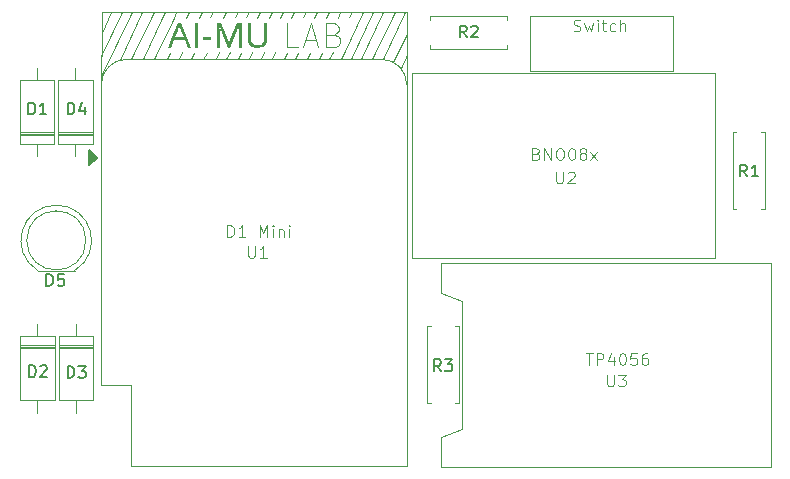
<source format=gbr>
%TF.GenerationSoftware,KiCad,Pcbnew,9.0.2*%
%TF.CreationDate,2025-06-21T17:34:22-04:00*%
%TF.ProjectId,CVISS_IMU_Tracker_Board,43564953-535f-4494-9d55-5f547261636b,rev?*%
%TF.SameCoordinates,Original*%
%TF.FileFunction,Legend,Top*%
%TF.FilePolarity,Positive*%
%FSLAX46Y46*%
G04 Gerber Fmt 4.6, Leading zero omitted, Abs format (unit mm)*
G04 Created by KiCad (PCBNEW 9.0.2) date 2025-06-21 17:34:22*
%MOMM*%
%LPD*%
G01*
G04 APERTURE LIST*
%ADD10C,0.100000*%
%ADD11C,0.375000*%
%ADD12C,0.150000*%
%ADD13C,0.120000*%
G04 APERTURE END LIST*
D10*
X135930000Y-88230000D02*
X136190000Y-87680000D01*
X151540000Y-88230000D02*
X153407050Y-84210000D01*
X136526208Y-84704999D02*
X136757630Y-84210001D01*
X140072500Y-88232500D02*
X140347618Y-87655000D01*
X150662500Y-88202500D02*
X150910000Y-87660000D01*
X131968277Y-88306777D02*
X133883605Y-84210000D01*
X146490000Y-84700000D02*
X146717073Y-84210000D01*
X130429803Y-84210000D02*
X130405000Y-91770000D01*
X148792500Y-88182500D02*
X149050000Y-87690000D01*
X130410000Y-89670000D02*
X132960000Y-84210000D01*
X141720000Y-84680000D02*
X141951347Y-84210000D01*
X134870000Y-88240000D02*
X136526208Y-84704999D01*
X154275383Y-88234632D02*
X156156981Y-84210000D01*
X144605558Y-84705000D02*
X144836981Y-84210000D01*
X152420000Y-88210000D02*
X154286998Y-84210000D01*
X137997548Y-88230000D02*
X138260000Y-87680000D01*
X143922500Y-88212500D02*
X144183143Y-87654999D01*
X139640000Y-84690000D02*
X139881171Y-84210000D01*
X149712500Y-88232500D02*
X149982493Y-87655000D01*
X148425558Y-84705000D02*
X148656981Y-84210000D01*
X147802500Y-88182500D02*
X148040000Y-87660000D01*
X155140000Y-88470000D02*
X156267500Y-86057500D01*
X145872500Y-88202500D02*
X146130000Y-87660000D01*
X138670000Y-84700000D02*
X138888545Y-84209999D01*
X140696857Y-84705000D02*
X140928280Y-84210000D01*
X147520000Y-84690000D02*
X147746866Y-84210000D01*
X130430000Y-84210000D02*
X156270000Y-84210000D01*
X142650000Y-84680000D02*
X142896190Y-84210000D01*
X146792500Y-88182500D02*
X147040000Y-87660000D01*
X156270000Y-90410000D02*
X156270000Y-84220000D01*
X153357548Y-88230000D02*
X155236981Y-84210000D01*
X145565558Y-84705000D02*
X145796981Y-84210000D01*
X137000000Y-88220000D02*
X137257719Y-87655000D01*
X150405558Y-84705000D02*
X150636981Y-84210000D01*
X130415000Y-87955000D02*
X132115486Y-84210000D01*
X137572330Y-84705000D02*
X137803032Y-84210000D01*
X139052500Y-88222500D02*
X139310000Y-87660000D01*
X130427500Y-86042500D02*
X131260673Y-84210001D01*
X150910000Y-87668631D02*
X152526981Y-84210000D01*
X142932500Y-88232500D02*
X143202493Y-87655000D01*
X155740000Y-88940000D02*
X156257500Y-87827500D01*
X132945024Y-88230000D02*
X134824457Y-84210000D01*
X135536208Y-84704999D02*
X135767630Y-84210000D01*
X151360000Y-84690000D02*
X151586866Y-84209999D01*
X144852500Y-88212500D02*
X145113143Y-87654999D01*
X141942500Y-88232500D02*
X142200000Y-87680000D01*
X149420000Y-84700000D02*
X149656634Y-84210000D01*
X143595558Y-84705000D02*
X143826981Y-84210000D01*
X133912500Y-88202500D02*
X135536208Y-84704999D01*
X141002500Y-88232500D02*
X141272493Y-87655000D01*
D11*
G36*
X137980816Y-87234000D02*
G01*
X137702745Y-87234000D01*
X137461189Y-86604830D01*
X136569117Y-86604830D01*
X136327561Y-87234000D01*
X136052720Y-87234000D01*
X136401471Y-86371138D01*
X136658717Y-86371138D01*
X137371589Y-86371138D01*
X137285359Y-86171714D01*
X137019647Y-85454348D01*
X137010659Y-85454348D01*
X136867917Y-85838843D01*
X136736661Y-86168203D01*
X136658717Y-86371138D01*
X136401471Y-86371138D01*
X136902801Y-85130775D01*
X137127505Y-85130775D01*
X137980816Y-87234000D01*
G37*
G36*
X138309445Y-87234000D02*
G01*
X138309445Y-85130775D01*
X138565607Y-85130775D01*
X138565607Y-87234000D01*
X138309445Y-87234000D01*
G37*
G36*
X139017120Y-86344174D02*
G01*
X139709909Y-86344174D01*
X139709909Y-86568877D01*
X139017120Y-86568877D01*
X139017120Y-86344174D01*
G37*
G36*
X141280445Y-87234000D02*
G01*
X141162757Y-87234000D01*
X140634142Y-85978048D01*
X140414494Y-85413761D01*
X140401995Y-85413761D01*
X140418679Y-85843211D01*
X140423904Y-86216936D01*
X140423904Y-87234000D01*
X140167742Y-87234000D01*
X140167742Y-85130775D01*
X140536536Y-85130775D01*
X141030884Y-86320721D01*
X141217669Y-86812681D01*
X141225533Y-86812681D01*
X141412318Y-86320721D01*
X141906666Y-85130775D01*
X142275460Y-85130775D01*
X142275460Y-87234000D01*
X142019298Y-87234000D01*
X142019298Y-86216936D01*
X142024507Y-85848993D01*
X142041347Y-85413761D01*
X142028708Y-85413761D01*
X141809060Y-85978048D01*
X141280445Y-87234000D01*
G37*
G36*
X143623681Y-87045249D02*
G01*
X143734713Y-87038206D01*
X143827178Y-87018565D01*
X143911402Y-86985717D01*
X143981802Y-86943149D01*
X144042357Y-86889437D01*
X144091766Y-86826022D01*
X144130485Y-86754473D01*
X144159458Y-86674348D01*
X144181366Y-86558766D01*
X144187686Y-86435319D01*
X144187686Y-85130775D01*
X144443848Y-85130775D01*
X144443848Y-86427174D01*
X144435983Y-86580955D01*
X144410845Y-86730102D01*
X144373284Y-86842416D01*
X144321244Y-86945115D01*
X144252864Y-87036912D01*
X144165637Y-87116171D01*
X144062471Y-87179408D01*
X143935457Y-87229225D01*
X143794771Y-87259090D01*
X143620591Y-87269952D01*
X143453559Y-87259942D01*
X143317241Y-87232314D01*
X143193783Y-87186318D01*
X143093381Y-87127968D01*
X143007867Y-87054516D01*
X142940161Y-86969411D01*
X142887328Y-86873851D01*
X142847471Y-86769285D01*
X142813625Y-86601319D01*
X142803513Y-86427174D01*
X142803513Y-85130775D01*
X143059675Y-85130775D01*
X143059675Y-86435319D01*
X143069787Y-86580815D01*
X143102088Y-86716760D01*
X143147447Y-86812119D01*
X143208128Y-86891599D01*
X143285081Y-86957193D01*
X143374599Y-87004184D01*
X143485721Y-87034344D01*
X143623681Y-87045249D01*
G37*
D10*
X141083884Y-103262419D02*
X141083884Y-102262419D01*
X141083884Y-102262419D02*
X141321979Y-102262419D01*
X141321979Y-102262419D02*
X141464836Y-102310038D01*
X141464836Y-102310038D02*
X141560074Y-102405276D01*
X141560074Y-102405276D02*
X141607693Y-102500514D01*
X141607693Y-102500514D02*
X141655312Y-102690990D01*
X141655312Y-102690990D02*
X141655312Y-102833847D01*
X141655312Y-102833847D02*
X141607693Y-103024323D01*
X141607693Y-103024323D02*
X141560074Y-103119561D01*
X141560074Y-103119561D02*
X141464836Y-103214800D01*
X141464836Y-103214800D02*
X141321979Y-103262419D01*
X141321979Y-103262419D02*
X141083884Y-103262419D01*
X142607693Y-103262419D02*
X142036265Y-103262419D01*
X142321979Y-103262419D02*
X142321979Y-102262419D01*
X142321979Y-102262419D02*
X142226741Y-102405276D01*
X142226741Y-102405276D02*
X142131503Y-102500514D01*
X142131503Y-102500514D02*
X142036265Y-102548133D01*
X143798170Y-103262419D02*
X143798170Y-102262419D01*
X143798170Y-102262419D02*
X144131503Y-102976704D01*
X144131503Y-102976704D02*
X144464836Y-102262419D01*
X144464836Y-102262419D02*
X144464836Y-103262419D01*
X144941027Y-103262419D02*
X144941027Y-102595752D01*
X144941027Y-102262419D02*
X144893408Y-102310038D01*
X144893408Y-102310038D02*
X144941027Y-102357657D01*
X144941027Y-102357657D02*
X144988646Y-102310038D01*
X144988646Y-102310038D02*
X144941027Y-102262419D01*
X144941027Y-102262419D02*
X144941027Y-102357657D01*
X145417217Y-102595752D02*
X145417217Y-103262419D01*
X145417217Y-102690990D02*
X145464836Y-102643371D01*
X145464836Y-102643371D02*
X145560074Y-102595752D01*
X145560074Y-102595752D02*
X145702931Y-102595752D01*
X145702931Y-102595752D02*
X145798169Y-102643371D01*
X145798169Y-102643371D02*
X145845788Y-102738609D01*
X145845788Y-102738609D02*
X145845788Y-103262419D01*
X146321979Y-103262419D02*
X146321979Y-102595752D01*
X146321979Y-102262419D02*
X146274360Y-102310038D01*
X146274360Y-102310038D02*
X146321979Y-102357657D01*
X146321979Y-102357657D02*
X146369598Y-102310038D01*
X146369598Y-102310038D02*
X146321979Y-102262419D01*
X146321979Y-102262419D02*
X146321979Y-102357657D01*
X142828095Y-104027419D02*
X142828095Y-104836942D01*
X142828095Y-104836942D02*
X142875714Y-104932180D01*
X142875714Y-104932180D02*
X142923333Y-104979800D01*
X142923333Y-104979800D02*
X143018571Y-105027419D01*
X143018571Y-105027419D02*
X143209047Y-105027419D01*
X143209047Y-105027419D02*
X143304285Y-104979800D01*
X143304285Y-104979800D02*
X143351904Y-104932180D01*
X143351904Y-104932180D02*
X143399523Y-104836942D01*
X143399523Y-104836942D02*
X143399523Y-104027419D01*
X144399523Y-105027419D02*
X143828095Y-105027419D01*
X144113809Y-105027419D02*
X144113809Y-104027419D01*
X144113809Y-104027419D02*
X144018571Y-104170276D01*
X144018571Y-104170276D02*
X143923333Y-104265514D01*
X143923333Y-104265514D02*
X143828095Y-104313133D01*
X147069360Y-87185038D02*
X146116979Y-87185038D01*
X146116979Y-87185038D02*
X146116979Y-85185038D01*
X147640789Y-86613609D02*
X148593170Y-86613609D01*
X147450313Y-87185038D02*
X148116979Y-85185038D01*
X148116979Y-85185038D02*
X148783646Y-87185038D01*
X150116980Y-86137419D02*
X150402694Y-86232657D01*
X150402694Y-86232657D02*
X150497932Y-86327895D01*
X150497932Y-86327895D02*
X150593170Y-86518371D01*
X150593170Y-86518371D02*
X150593170Y-86804085D01*
X150593170Y-86804085D02*
X150497932Y-86994561D01*
X150497932Y-86994561D02*
X150402694Y-87089800D01*
X150402694Y-87089800D02*
X150212218Y-87185038D01*
X150212218Y-87185038D02*
X149450313Y-87185038D01*
X149450313Y-87185038D02*
X149450313Y-85185038D01*
X149450313Y-85185038D02*
X150116980Y-85185038D01*
X150116980Y-85185038D02*
X150307456Y-85280276D01*
X150307456Y-85280276D02*
X150402694Y-85375514D01*
X150402694Y-85375514D02*
X150497932Y-85565990D01*
X150497932Y-85565990D02*
X150497932Y-85756466D01*
X150497932Y-85756466D02*
X150402694Y-85946942D01*
X150402694Y-85946942D02*
X150307456Y-86042180D01*
X150307456Y-86042180D02*
X150116980Y-86137419D01*
X150116980Y-86137419D02*
X149450313Y-86137419D01*
D12*
X127541905Y-115204819D02*
X127541905Y-114204819D01*
X127541905Y-114204819D02*
X127780000Y-114204819D01*
X127780000Y-114204819D02*
X127922857Y-114252438D01*
X127922857Y-114252438D02*
X128018095Y-114347676D01*
X128018095Y-114347676D02*
X128065714Y-114442914D01*
X128065714Y-114442914D02*
X128113333Y-114633390D01*
X128113333Y-114633390D02*
X128113333Y-114776247D01*
X128113333Y-114776247D02*
X128065714Y-114966723D01*
X128065714Y-114966723D02*
X128018095Y-115061961D01*
X128018095Y-115061961D02*
X127922857Y-115157200D01*
X127922857Y-115157200D02*
X127780000Y-115204819D01*
X127780000Y-115204819D02*
X127541905Y-115204819D01*
X128446667Y-114204819D02*
X129065714Y-114204819D01*
X129065714Y-114204819D02*
X128732381Y-114585771D01*
X128732381Y-114585771D02*
X128875238Y-114585771D01*
X128875238Y-114585771D02*
X128970476Y-114633390D01*
X128970476Y-114633390D02*
X129018095Y-114681009D01*
X129018095Y-114681009D02*
X129065714Y-114776247D01*
X129065714Y-114776247D02*
X129065714Y-115014342D01*
X129065714Y-115014342D02*
X129018095Y-115109580D01*
X129018095Y-115109580D02*
X128970476Y-115157200D01*
X128970476Y-115157200D02*
X128875238Y-115204819D01*
X128875238Y-115204819D02*
X128589524Y-115204819D01*
X128589524Y-115204819D02*
X128494286Y-115157200D01*
X128494286Y-115157200D02*
X128446667Y-115109580D01*
X161333333Y-86374819D02*
X161000000Y-85898628D01*
X160761905Y-86374819D02*
X160761905Y-85374819D01*
X160761905Y-85374819D02*
X161142857Y-85374819D01*
X161142857Y-85374819D02*
X161238095Y-85422438D01*
X161238095Y-85422438D02*
X161285714Y-85470057D01*
X161285714Y-85470057D02*
X161333333Y-85565295D01*
X161333333Y-85565295D02*
X161333333Y-85708152D01*
X161333333Y-85708152D02*
X161285714Y-85803390D01*
X161285714Y-85803390D02*
X161238095Y-85851009D01*
X161238095Y-85851009D02*
X161142857Y-85898628D01*
X161142857Y-85898628D02*
X160761905Y-85898628D01*
X161714286Y-85470057D02*
X161761905Y-85422438D01*
X161761905Y-85422438D02*
X161857143Y-85374819D01*
X161857143Y-85374819D02*
X162095238Y-85374819D01*
X162095238Y-85374819D02*
X162190476Y-85422438D01*
X162190476Y-85422438D02*
X162238095Y-85470057D01*
X162238095Y-85470057D02*
X162285714Y-85565295D01*
X162285714Y-85565295D02*
X162285714Y-85660533D01*
X162285714Y-85660533D02*
X162238095Y-85803390D01*
X162238095Y-85803390D02*
X161666667Y-86374819D01*
X161666667Y-86374819D02*
X162285714Y-86374819D01*
D10*
X173223095Y-114932419D02*
X173223095Y-115741942D01*
X173223095Y-115741942D02*
X173270714Y-115837180D01*
X173270714Y-115837180D02*
X173318333Y-115884800D01*
X173318333Y-115884800D02*
X173413571Y-115932419D01*
X173413571Y-115932419D02*
X173604047Y-115932419D01*
X173604047Y-115932419D02*
X173699285Y-115884800D01*
X173699285Y-115884800D02*
X173746904Y-115837180D01*
X173746904Y-115837180D02*
X173794523Y-115741942D01*
X173794523Y-115741942D02*
X173794523Y-114932419D01*
X174175476Y-114932419D02*
X174794523Y-114932419D01*
X174794523Y-114932419D02*
X174461190Y-115313371D01*
X174461190Y-115313371D02*
X174604047Y-115313371D01*
X174604047Y-115313371D02*
X174699285Y-115360990D01*
X174699285Y-115360990D02*
X174746904Y-115408609D01*
X174746904Y-115408609D02*
X174794523Y-115503847D01*
X174794523Y-115503847D02*
X174794523Y-115741942D01*
X174794523Y-115741942D02*
X174746904Y-115837180D01*
X174746904Y-115837180D02*
X174699285Y-115884800D01*
X174699285Y-115884800D02*
X174604047Y-115932419D01*
X174604047Y-115932419D02*
X174318333Y-115932419D01*
X174318333Y-115932419D02*
X174223095Y-115884800D01*
X174223095Y-115884800D02*
X174175476Y-115837180D01*
X171441027Y-113112419D02*
X172012455Y-113112419D01*
X171726741Y-114112419D02*
X171726741Y-113112419D01*
X172345789Y-114112419D02*
X172345789Y-113112419D01*
X172345789Y-113112419D02*
X172726741Y-113112419D01*
X172726741Y-113112419D02*
X172821979Y-113160038D01*
X172821979Y-113160038D02*
X172869598Y-113207657D01*
X172869598Y-113207657D02*
X172917217Y-113302895D01*
X172917217Y-113302895D02*
X172917217Y-113445752D01*
X172917217Y-113445752D02*
X172869598Y-113540990D01*
X172869598Y-113540990D02*
X172821979Y-113588609D01*
X172821979Y-113588609D02*
X172726741Y-113636228D01*
X172726741Y-113636228D02*
X172345789Y-113636228D01*
X173774360Y-113445752D02*
X173774360Y-114112419D01*
X173536265Y-113064800D02*
X173298170Y-113779085D01*
X173298170Y-113779085D02*
X173917217Y-113779085D01*
X174488646Y-113112419D02*
X174583884Y-113112419D01*
X174583884Y-113112419D02*
X174679122Y-113160038D01*
X174679122Y-113160038D02*
X174726741Y-113207657D01*
X174726741Y-113207657D02*
X174774360Y-113302895D01*
X174774360Y-113302895D02*
X174821979Y-113493371D01*
X174821979Y-113493371D02*
X174821979Y-113731466D01*
X174821979Y-113731466D02*
X174774360Y-113921942D01*
X174774360Y-113921942D02*
X174726741Y-114017180D01*
X174726741Y-114017180D02*
X174679122Y-114064800D01*
X174679122Y-114064800D02*
X174583884Y-114112419D01*
X174583884Y-114112419D02*
X174488646Y-114112419D01*
X174488646Y-114112419D02*
X174393408Y-114064800D01*
X174393408Y-114064800D02*
X174345789Y-114017180D01*
X174345789Y-114017180D02*
X174298170Y-113921942D01*
X174298170Y-113921942D02*
X174250551Y-113731466D01*
X174250551Y-113731466D02*
X174250551Y-113493371D01*
X174250551Y-113493371D02*
X174298170Y-113302895D01*
X174298170Y-113302895D02*
X174345789Y-113207657D01*
X174345789Y-113207657D02*
X174393408Y-113160038D01*
X174393408Y-113160038D02*
X174488646Y-113112419D01*
X175726741Y-113112419D02*
X175250551Y-113112419D01*
X175250551Y-113112419D02*
X175202932Y-113588609D01*
X175202932Y-113588609D02*
X175250551Y-113540990D01*
X175250551Y-113540990D02*
X175345789Y-113493371D01*
X175345789Y-113493371D02*
X175583884Y-113493371D01*
X175583884Y-113493371D02*
X175679122Y-113540990D01*
X175679122Y-113540990D02*
X175726741Y-113588609D01*
X175726741Y-113588609D02*
X175774360Y-113683847D01*
X175774360Y-113683847D02*
X175774360Y-113921942D01*
X175774360Y-113921942D02*
X175726741Y-114017180D01*
X175726741Y-114017180D02*
X175679122Y-114064800D01*
X175679122Y-114064800D02*
X175583884Y-114112419D01*
X175583884Y-114112419D02*
X175345789Y-114112419D01*
X175345789Y-114112419D02*
X175250551Y-114064800D01*
X175250551Y-114064800D02*
X175202932Y-114017180D01*
X176631503Y-113112419D02*
X176441027Y-113112419D01*
X176441027Y-113112419D02*
X176345789Y-113160038D01*
X176345789Y-113160038D02*
X176298170Y-113207657D01*
X176298170Y-113207657D02*
X176202932Y-113350514D01*
X176202932Y-113350514D02*
X176155313Y-113540990D01*
X176155313Y-113540990D02*
X176155313Y-113921942D01*
X176155313Y-113921942D02*
X176202932Y-114017180D01*
X176202932Y-114017180D02*
X176250551Y-114064800D01*
X176250551Y-114064800D02*
X176345789Y-114112419D01*
X176345789Y-114112419D02*
X176536265Y-114112419D01*
X176536265Y-114112419D02*
X176631503Y-114064800D01*
X176631503Y-114064800D02*
X176679122Y-114017180D01*
X176679122Y-114017180D02*
X176726741Y-113921942D01*
X176726741Y-113921942D02*
X176726741Y-113683847D01*
X176726741Y-113683847D02*
X176679122Y-113588609D01*
X176679122Y-113588609D02*
X176631503Y-113540990D01*
X176631503Y-113540990D02*
X176536265Y-113493371D01*
X176536265Y-113493371D02*
X176345789Y-113493371D01*
X176345789Y-113493371D02*
X176250551Y-113540990D01*
X176250551Y-113540990D02*
X176202932Y-113588609D01*
X176202932Y-113588609D02*
X176155313Y-113683847D01*
X168918095Y-97747419D02*
X168918095Y-98556942D01*
X168918095Y-98556942D02*
X168965714Y-98652180D01*
X168965714Y-98652180D02*
X169013333Y-98699800D01*
X169013333Y-98699800D02*
X169108571Y-98747419D01*
X169108571Y-98747419D02*
X169299047Y-98747419D01*
X169299047Y-98747419D02*
X169394285Y-98699800D01*
X169394285Y-98699800D02*
X169441904Y-98652180D01*
X169441904Y-98652180D02*
X169489523Y-98556942D01*
X169489523Y-98556942D02*
X169489523Y-97747419D01*
X169918095Y-97842657D02*
X169965714Y-97795038D01*
X169965714Y-97795038D02*
X170060952Y-97747419D01*
X170060952Y-97747419D02*
X170299047Y-97747419D01*
X170299047Y-97747419D02*
X170394285Y-97795038D01*
X170394285Y-97795038D02*
X170441904Y-97842657D01*
X170441904Y-97842657D02*
X170489523Y-97937895D01*
X170489523Y-97937895D02*
X170489523Y-98033133D01*
X170489523Y-98033133D02*
X170441904Y-98175990D01*
X170441904Y-98175990D02*
X169870476Y-98747419D01*
X169870476Y-98747419D02*
X170489523Y-98747419D01*
X167237217Y-96228609D02*
X167380074Y-96276228D01*
X167380074Y-96276228D02*
X167427693Y-96323847D01*
X167427693Y-96323847D02*
X167475312Y-96419085D01*
X167475312Y-96419085D02*
X167475312Y-96561942D01*
X167475312Y-96561942D02*
X167427693Y-96657180D01*
X167427693Y-96657180D02*
X167380074Y-96704800D01*
X167380074Y-96704800D02*
X167284836Y-96752419D01*
X167284836Y-96752419D02*
X166903884Y-96752419D01*
X166903884Y-96752419D02*
X166903884Y-95752419D01*
X166903884Y-95752419D02*
X167237217Y-95752419D01*
X167237217Y-95752419D02*
X167332455Y-95800038D01*
X167332455Y-95800038D02*
X167380074Y-95847657D01*
X167380074Y-95847657D02*
X167427693Y-95942895D01*
X167427693Y-95942895D02*
X167427693Y-96038133D01*
X167427693Y-96038133D02*
X167380074Y-96133371D01*
X167380074Y-96133371D02*
X167332455Y-96180990D01*
X167332455Y-96180990D02*
X167237217Y-96228609D01*
X167237217Y-96228609D02*
X166903884Y-96228609D01*
X167903884Y-96752419D02*
X167903884Y-95752419D01*
X167903884Y-95752419D02*
X168475312Y-96752419D01*
X168475312Y-96752419D02*
X168475312Y-95752419D01*
X169141979Y-95752419D02*
X169332455Y-95752419D01*
X169332455Y-95752419D02*
X169427693Y-95800038D01*
X169427693Y-95800038D02*
X169522931Y-95895276D01*
X169522931Y-95895276D02*
X169570550Y-96085752D01*
X169570550Y-96085752D02*
X169570550Y-96419085D01*
X169570550Y-96419085D02*
X169522931Y-96609561D01*
X169522931Y-96609561D02*
X169427693Y-96704800D01*
X169427693Y-96704800D02*
X169332455Y-96752419D01*
X169332455Y-96752419D02*
X169141979Y-96752419D01*
X169141979Y-96752419D02*
X169046741Y-96704800D01*
X169046741Y-96704800D02*
X168951503Y-96609561D01*
X168951503Y-96609561D02*
X168903884Y-96419085D01*
X168903884Y-96419085D02*
X168903884Y-96085752D01*
X168903884Y-96085752D02*
X168951503Y-95895276D01*
X168951503Y-95895276D02*
X169046741Y-95800038D01*
X169046741Y-95800038D02*
X169141979Y-95752419D01*
X170189598Y-95752419D02*
X170284836Y-95752419D01*
X170284836Y-95752419D02*
X170380074Y-95800038D01*
X170380074Y-95800038D02*
X170427693Y-95847657D01*
X170427693Y-95847657D02*
X170475312Y-95942895D01*
X170475312Y-95942895D02*
X170522931Y-96133371D01*
X170522931Y-96133371D02*
X170522931Y-96371466D01*
X170522931Y-96371466D02*
X170475312Y-96561942D01*
X170475312Y-96561942D02*
X170427693Y-96657180D01*
X170427693Y-96657180D02*
X170380074Y-96704800D01*
X170380074Y-96704800D02*
X170284836Y-96752419D01*
X170284836Y-96752419D02*
X170189598Y-96752419D01*
X170189598Y-96752419D02*
X170094360Y-96704800D01*
X170094360Y-96704800D02*
X170046741Y-96657180D01*
X170046741Y-96657180D02*
X169999122Y-96561942D01*
X169999122Y-96561942D02*
X169951503Y-96371466D01*
X169951503Y-96371466D02*
X169951503Y-96133371D01*
X169951503Y-96133371D02*
X169999122Y-95942895D01*
X169999122Y-95942895D02*
X170046741Y-95847657D01*
X170046741Y-95847657D02*
X170094360Y-95800038D01*
X170094360Y-95800038D02*
X170189598Y-95752419D01*
X171094360Y-96180990D02*
X170999122Y-96133371D01*
X170999122Y-96133371D02*
X170951503Y-96085752D01*
X170951503Y-96085752D02*
X170903884Y-95990514D01*
X170903884Y-95990514D02*
X170903884Y-95942895D01*
X170903884Y-95942895D02*
X170951503Y-95847657D01*
X170951503Y-95847657D02*
X170999122Y-95800038D01*
X170999122Y-95800038D02*
X171094360Y-95752419D01*
X171094360Y-95752419D02*
X171284836Y-95752419D01*
X171284836Y-95752419D02*
X171380074Y-95800038D01*
X171380074Y-95800038D02*
X171427693Y-95847657D01*
X171427693Y-95847657D02*
X171475312Y-95942895D01*
X171475312Y-95942895D02*
X171475312Y-95990514D01*
X171475312Y-95990514D02*
X171427693Y-96085752D01*
X171427693Y-96085752D02*
X171380074Y-96133371D01*
X171380074Y-96133371D02*
X171284836Y-96180990D01*
X171284836Y-96180990D02*
X171094360Y-96180990D01*
X171094360Y-96180990D02*
X170999122Y-96228609D01*
X170999122Y-96228609D02*
X170951503Y-96276228D01*
X170951503Y-96276228D02*
X170903884Y-96371466D01*
X170903884Y-96371466D02*
X170903884Y-96561942D01*
X170903884Y-96561942D02*
X170951503Y-96657180D01*
X170951503Y-96657180D02*
X170999122Y-96704800D01*
X170999122Y-96704800D02*
X171094360Y-96752419D01*
X171094360Y-96752419D02*
X171284836Y-96752419D01*
X171284836Y-96752419D02*
X171380074Y-96704800D01*
X171380074Y-96704800D02*
X171427693Y-96657180D01*
X171427693Y-96657180D02*
X171475312Y-96561942D01*
X171475312Y-96561942D02*
X171475312Y-96371466D01*
X171475312Y-96371466D02*
X171427693Y-96276228D01*
X171427693Y-96276228D02*
X171380074Y-96228609D01*
X171380074Y-96228609D02*
X171284836Y-96180990D01*
X171808646Y-96752419D02*
X172332455Y-96085752D01*
X171808646Y-96085752D02*
X172332455Y-96752419D01*
D12*
X125751905Y-107424819D02*
X125751905Y-106424819D01*
X125751905Y-106424819D02*
X125990000Y-106424819D01*
X125990000Y-106424819D02*
X126132857Y-106472438D01*
X126132857Y-106472438D02*
X126228095Y-106567676D01*
X126228095Y-106567676D02*
X126275714Y-106662914D01*
X126275714Y-106662914D02*
X126323333Y-106853390D01*
X126323333Y-106853390D02*
X126323333Y-106996247D01*
X126323333Y-106996247D02*
X126275714Y-107186723D01*
X126275714Y-107186723D02*
X126228095Y-107281961D01*
X126228095Y-107281961D02*
X126132857Y-107377200D01*
X126132857Y-107377200D02*
X125990000Y-107424819D01*
X125990000Y-107424819D02*
X125751905Y-107424819D01*
X127228095Y-106424819D02*
X126751905Y-106424819D01*
X126751905Y-106424819D02*
X126704286Y-106901009D01*
X126704286Y-106901009D02*
X126751905Y-106853390D01*
X126751905Y-106853390D02*
X126847143Y-106805771D01*
X126847143Y-106805771D02*
X127085238Y-106805771D01*
X127085238Y-106805771D02*
X127180476Y-106853390D01*
X127180476Y-106853390D02*
X127228095Y-106901009D01*
X127228095Y-106901009D02*
X127275714Y-106996247D01*
X127275714Y-106996247D02*
X127275714Y-107234342D01*
X127275714Y-107234342D02*
X127228095Y-107329580D01*
X127228095Y-107329580D02*
X127180476Y-107377200D01*
X127180476Y-107377200D02*
X127085238Y-107424819D01*
X127085238Y-107424819D02*
X126847143Y-107424819D01*
X126847143Y-107424819D02*
X126751905Y-107377200D01*
X126751905Y-107377200D02*
X126704286Y-107329580D01*
X124231905Y-92894819D02*
X124231905Y-91894819D01*
X124231905Y-91894819D02*
X124470000Y-91894819D01*
X124470000Y-91894819D02*
X124612857Y-91942438D01*
X124612857Y-91942438D02*
X124708095Y-92037676D01*
X124708095Y-92037676D02*
X124755714Y-92132914D01*
X124755714Y-92132914D02*
X124803333Y-92323390D01*
X124803333Y-92323390D02*
X124803333Y-92466247D01*
X124803333Y-92466247D02*
X124755714Y-92656723D01*
X124755714Y-92656723D02*
X124708095Y-92751961D01*
X124708095Y-92751961D02*
X124612857Y-92847200D01*
X124612857Y-92847200D02*
X124470000Y-92894819D01*
X124470000Y-92894819D02*
X124231905Y-92894819D01*
X125755714Y-92894819D02*
X125184286Y-92894819D01*
X125470000Y-92894819D02*
X125470000Y-91894819D01*
X125470000Y-91894819D02*
X125374762Y-92037676D01*
X125374762Y-92037676D02*
X125279524Y-92132914D01*
X125279524Y-92132914D02*
X125184286Y-92180533D01*
X124281905Y-115144819D02*
X124281905Y-114144819D01*
X124281905Y-114144819D02*
X124520000Y-114144819D01*
X124520000Y-114144819D02*
X124662857Y-114192438D01*
X124662857Y-114192438D02*
X124758095Y-114287676D01*
X124758095Y-114287676D02*
X124805714Y-114382914D01*
X124805714Y-114382914D02*
X124853333Y-114573390D01*
X124853333Y-114573390D02*
X124853333Y-114716247D01*
X124853333Y-114716247D02*
X124805714Y-114906723D01*
X124805714Y-114906723D02*
X124758095Y-115001961D01*
X124758095Y-115001961D02*
X124662857Y-115097200D01*
X124662857Y-115097200D02*
X124520000Y-115144819D01*
X124520000Y-115144819D02*
X124281905Y-115144819D01*
X125234286Y-114240057D02*
X125281905Y-114192438D01*
X125281905Y-114192438D02*
X125377143Y-114144819D01*
X125377143Y-114144819D02*
X125615238Y-114144819D01*
X125615238Y-114144819D02*
X125710476Y-114192438D01*
X125710476Y-114192438D02*
X125758095Y-114240057D01*
X125758095Y-114240057D02*
X125805714Y-114335295D01*
X125805714Y-114335295D02*
X125805714Y-114430533D01*
X125805714Y-114430533D02*
X125758095Y-114573390D01*
X125758095Y-114573390D02*
X125186667Y-115144819D01*
X125186667Y-115144819D02*
X125805714Y-115144819D01*
X185073332Y-98154819D02*
X184739999Y-97678628D01*
X184501904Y-98154819D02*
X184501904Y-97154819D01*
X184501904Y-97154819D02*
X184882856Y-97154819D01*
X184882856Y-97154819D02*
X184978094Y-97202438D01*
X184978094Y-97202438D02*
X185025713Y-97250057D01*
X185025713Y-97250057D02*
X185073332Y-97345295D01*
X185073332Y-97345295D02*
X185073332Y-97488152D01*
X185073332Y-97488152D02*
X185025713Y-97583390D01*
X185025713Y-97583390D02*
X184978094Y-97631009D01*
X184978094Y-97631009D02*
X184882856Y-97678628D01*
X184882856Y-97678628D02*
X184501904Y-97678628D01*
X186025713Y-98154819D02*
X185454285Y-98154819D01*
X185739999Y-98154819D02*
X185739999Y-97154819D01*
X185739999Y-97154819D02*
X185644761Y-97297676D01*
X185644761Y-97297676D02*
X185549523Y-97392914D01*
X185549523Y-97392914D02*
X185454285Y-97440533D01*
X159153333Y-114634819D02*
X158820000Y-114158628D01*
X158581905Y-114634819D02*
X158581905Y-113634819D01*
X158581905Y-113634819D02*
X158962857Y-113634819D01*
X158962857Y-113634819D02*
X159058095Y-113682438D01*
X159058095Y-113682438D02*
X159105714Y-113730057D01*
X159105714Y-113730057D02*
X159153333Y-113825295D01*
X159153333Y-113825295D02*
X159153333Y-113968152D01*
X159153333Y-113968152D02*
X159105714Y-114063390D01*
X159105714Y-114063390D02*
X159058095Y-114111009D01*
X159058095Y-114111009D02*
X158962857Y-114158628D01*
X158962857Y-114158628D02*
X158581905Y-114158628D01*
X159486667Y-113634819D02*
X160105714Y-113634819D01*
X160105714Y-113634819D02*
X159772381Y-114015771D01*
X159772381Y-114015771D02*
X159915238Y-114015771D01*
X159915238Y-114015771D02*
X160010476Y-114063390D01*
X160010476Y-114063390D02*
X160058095Y-114111009D01*
X160058095Y-114111009D02*
X160105714Y-114206247D01*
X160105714Y-114206247D02*
X160105714Y-114444342D01*
X160105714Y-114444342D02*
X160058095Y-114539580D01*
X160058095Y-114539580D02*
X160010476Y-114587200D01*
X160010476Y-114587200D02*
X159915238Y-114634819D01*
X159915238Y-114634819D02*
X159629524Y-114634819D01*
X159629524Y-114634819D02*
X159534286Y-114587200D01*
X159534286Y-114587200D02*
X159486667Y-114539580D01*
X127561905Y-92904819D02*
X127561905Y-91904819D01*
X127561905Y-91904819D02*
X127800000Y-91904819D01*
X127800000Y-91904819D02*
X127942857Y-91952438D01*
X127942857Y-91952438D02*
X128038095Y-92047676D01*
X128038095Y-92047676D02*
X128085714Y-92142914D01*
X128085714Y-92142914D02*
X128133333Y-92333390D01*
X128133333Y-92333390D02*
X128133333Y-92476247D01*
X128133333Y-92476247D02*
X128085714Y-92666723D01*
X128085714Y-92666723D02*
X128038095Y-92761961D01*
X128038095Y-92761961D02*
X127942857Y-92857200D01*
X127942857Y-92857200D02*
X127800000Y-92904819D01*
X127800000Y-92904819D02*
X127561905Y-92904819D01*
X128990476Y-92238152D02*
X128990476Y-92904819D01*
X128752381Y-91857200D02*
X128514286Y-92571485D01*
X128514286Y-92571485D02*
X129133333Y-92571485D01*
D10*
X170396265Y-85814800D02*
X170539122Y-85862419D01*
X170539122Y-85862419D02*
X170777217Y-85862419D01*
X170777217Y-85862419D02*
X170872455Y-85814800D01*
X170872455Y-85814800D02*
X170920074Y-85767180D01*
X170920074Y-85767180D02*
X170967693Y-85671942D01*
X170967693Y-85671942D02*
X170967693Y-85576704D01*
X170967693Y-85576704D02*
X170920074Y-85481466D01*
X170920074Y-85481466D02*
X170872455Y-85433847D01*
X170872455Y-85433847D02*
X170777217Y-85386228D01*
X170777217Y-85386228D02*
X170586741Y-85338609D01*
X170586741Y-85338609D02*
X170491503Y-85290990D01*
X170491503Y-85290990D02*
X170443884Y-85243371D01*
X170443884Y-85243371D02*
X170396265Y-85148133D01*
X170396265Y-85148133D02*
X170396265Y-85052895D01*
X170396265Y-85052895D02*
X170443884Y-84957657D01*
X170443884Y-84957657D02*
X170491503Y-84910038D01*
X170491503Y-84910038D02*
X170586741Y-84862419D01*
X170586741Y-84862419D02*
X170824836Y-84862419D01*
X170824836Y-84862419D02*
X170967693Y-84910038D01*
X171301027Y-85195752D02*
X171491503Y-85862419D01*
X171491503Y-85862419D02*
X171681979Y-85386228D01*
X171681979Y-85386228D02*
X171872455Y-85862419D01*
X171872455Y-85862419D02*
X172062931Y-85195752D01*
X172443884Y-85862419D02*
X172443884Y-85195752D01*
X172443884Y-84862419D02*
X172396265Y-84910038D01*
X172396265Y-84910038D02*
X172443884Y-84957657D01*
X172443884Y-84957657D02*
X172491503Y-84910038D01*
X172491503Y-84910038D02*
X172443884Y-84862419D01*
X172443884Y-84862419D02*
X172443884Y-84957657D01*
X172777217Y-85195752D02*
X173158169Y-85195752D01*
X172920074Y-84862419D02*
X172920074Y-85719561D01*
X172920074Y-85719561D02*
X172967693Y-85814800D01*
X172967693Y-85814800D02*
X173062931Y-85862419D01*
X173062931Y-85862419D02*
X173158169Y-85862419D01*
X173920074Y-85814800D02*
X173824836Y-85862419D01*
X173824836Y-85862419D02*
X173634360Y-85862419D01*
X173634360Y-85862419D02*
X173539122Y-85814800D01*
X173539122Y-85814800D02*
X173491503Y-85767180D01*
X173491503Y-85767180D02*
X173443884Y-85671942D01*
X173443884Y-85671942D02*
X173443884Y-85386228D01*
X173443884Y-85386228D02*
X173491503Y-85290990D01*
X173491503Y-85290990D02*
X173539122Y-85243371D01*
X173539122Y-85243371D02*
X173634360Y-85195752D01*
X173634360Y-85195752D02*
X173824836Y-85195752D01*
X173824836Y-85195752D02*
X173920074Y-85243371D01*
X174348646Y-85862419D02*
X174348646Y-84862419D01*
X174777217Y-85862419D02*
X174777217Y-85338609D01*
X174777217Y-85338609D02*
X174729598Y-85243371D01*
X174729598Y-85243371D02*
X174634360Y-85195752D01*
X174634360Y-85195752D02*
X174491503Y-85195752D01*
X174491503Y-85195752D02*
X174396265Y-85243371D01*
X174396265Y-85243371D02*
X174348646Y-85290990D01*
D13*
%TO.C,D3*%
X128250000Y-110660000D02*
X128250000Y-111680000D01*
X128250000Y-118140000D02*
X128250000Y-117120000D01*
X129720000Y-112460000D02*
X126780000Y-112460000D01*
X129720000Y-112580000D02*
X126780000Y-112580000D01*
X129720000Y-112700000D02*
X126780000Y-112700000D01*
X129720000Y-111680000D02*
X126780000Y-111680000D01*
X126780000Y-117120000D01*
X129720000Y-117120000D01*
X129720000Y-111680000D01*
%TO.C,R2*%
X158230000Y-84580000D02*
X158230000Y-84910000D01*
X158230000Y-87320000D02*
X158230000Y-86990000D01*
X164770000Y-84580000D02*
X158230000Y-84580000D01*
X164770000Y-84910000D02*
X164770000Y-84580000D01*
X164770000Y-86990000D02*
X164770000Y-87320000D01*
X164770000Y-87320000D02*
X158230000Y-87320000D01*
D10*
%TO.C,U3*%
X159160000Y-105480000D02*
X159160000Y-107980000D01*
X159160000Y-105480000D02*
X187110000Y-105480000D01*
X159160000Y-107980000D02*
X160940000Y-108680000D01*
X159160000Y-120250000D02*
X159160000Y-122750000D01*
X159160000Y-122750000D02*
X187110000Y-122750000D01*
X160940000Y-108680000D02*
X160940000Y-119550000D01*
X160940000Y-119550000D02*
X159160000Y-120250000D01*
X187110000Y-105480000D02*
X187110000Y-122750000D01*
D13*
%TO.C,U1*%
X130405000Y-115790000D02*
X130405000Y-90360000D01*
X130405000Y-115790000D02*
X132945000Y-115790000D01*
X132945000Y-115790000D02*
X132945000Y-122690000D01*
X132945000Y-122690000D02*
X156265000Y-122690000D01*
X154145000Y-88230000D02*
X132535000Y-88230000D01*
X156265000Y-122690000D02*
X156265000Y-90360000D01*
X130405000Y-90360000D02*
G75*
G02*
X132535000Y-88230000I2130002J-2D01*
G01*
X154135000Y-88230000D02*
G75*
G02*
X156265000Y-90360000I0J-2130000D01*
G01*
D12*
X130000000Y-96570000D02*
X129365000Y-97205000D01*
X129365000Y-95935000D01*
X130000000Y-96570000D01*
G36*
X130000000Y-96570000D02*
G01*
X129365000Y-97205000D01*
X129365000Y-95935000D01*
X130000000Y-96570000D01*
G37*
%TO.C,U2*%
D10*
X156730000Y-105050000D02*
X182330000Y-105050000D01*
X182330000Y-89350000D01*
X156730000Y-89350000D01*
X156730000Y-105050000D01*
D13*
%TO.C,D5*%
X125045000Y-106125000D02*
X128135000Y-106125000D01*
X125045170Y-106125000D02*
G75*
G02*
X126590000Y-100575000I1544830J2560000D01*
G01*
X126590000Y-100575000D02*
G75*
G02*
X128134830Y-106125000I0J-2990000D01*
G01*
X129090000Y-103565000D02*
G75*
G02*
X124090000Y-103565000I-2500000J0D01*
G01*
X124090000Y-103565000D02*
G75*
G02*
X129090000Y-103565000I2500000J0D01*
G01*
%TO.C,D1*%
X123480000Y-94410000D02*
X126420000Y-94410000D01*
X123480000Y-94530000D02*
X126420000Y-94530000D01*
X123480000Y-94650000D02*
X126420000Y-94650000D01*
X124950000Y-88970000D02*
X124950000Y-89990000D01*
X124950000Y-96450000D02*
X124950000Y-95430000D01*
X123480000Y-95430000D02*
X126420000Y-95430000D01*
X126420000Y-89990000D01*
X123480000Y-89990000D01*
X123480000Y-95430000D01*
%TO.C,D2*%
X125000000Y-110660000D02*
X125000000Y-111680000D01*
X125000000Y-118140000D02*
X125000000Y-117120000D01*
X126470000Y-112460000D02*
X123530000Y-112460000D01*
X126470000Y-112580000D02*
X123530000Y-112580000D01*
X126470000Y-112700000D02*
X123530000Y-112700000D01*
X126470000Y-111680000D02*
X123530000Y-111680000D01*
X123530000Y-117120000D01*
X126470000Y-117120000D01*
X126470000Y-111680000D01*
%TO.C,R1*%
X183850000Y-94370000D02*
X184180000Y-94370000D01*
X183850000Y-100910000D02*
X183850000Y-94370000D01*
X184180000Y-100910000D02*
X183850000Y-100910000D01*
X186260000Y-100910000D02*
X186590000Y-100910000D01*
X186590000Y-94370000D02*
X186260000Y-94370000D01*
X186590000Y-100910000D02*
X186590000Y-94370000D01*
%TO.C,R3*%
X157960000Y-110810000D02*
X158290000Y-110810000D01*
X157960000Y-117350000D02*
X157960000Y-110810000D01*
X158290000Y-117350000D02*
X157960000Y-117350000D01*
X160370000Y-117350000D02*
X160700000Y-117350000D01*
X160700000Y-110810000D02*
X160370000Y-110810000D01*
X160700000Y-117350000D02*
X160700000Y-110810000D01*
%TO.C,D4*%
X126730000Y-94410000D02*
X129670000Y-94410000D01*
X126730000Y-94530000D02*
X129670000Y-94530000D01*
X126730000Y-94650000D02*
X129670000Y-94650000D01*
X128200000Y-88970000D02*
X128200000Y-89990000D01*
X128200000Y-96450000D02*
X128200000Y-95430000D01*
X126730000Y-95430000D02*
X129670000Y-95430000D01*
X129670000Y-89990000D01*
X126730000Y-89990000D01*
X126730000Y-95430000D01*
%TO.C,SW1*%
D10*
X166720000Y-89200000D02*
X178830000Y-89200000D01*
X178830000Y-84570000D01*
X166720000Y-84570000D01*
X166720000Y-89200000D01*
%TD*%
M02*

</source>
